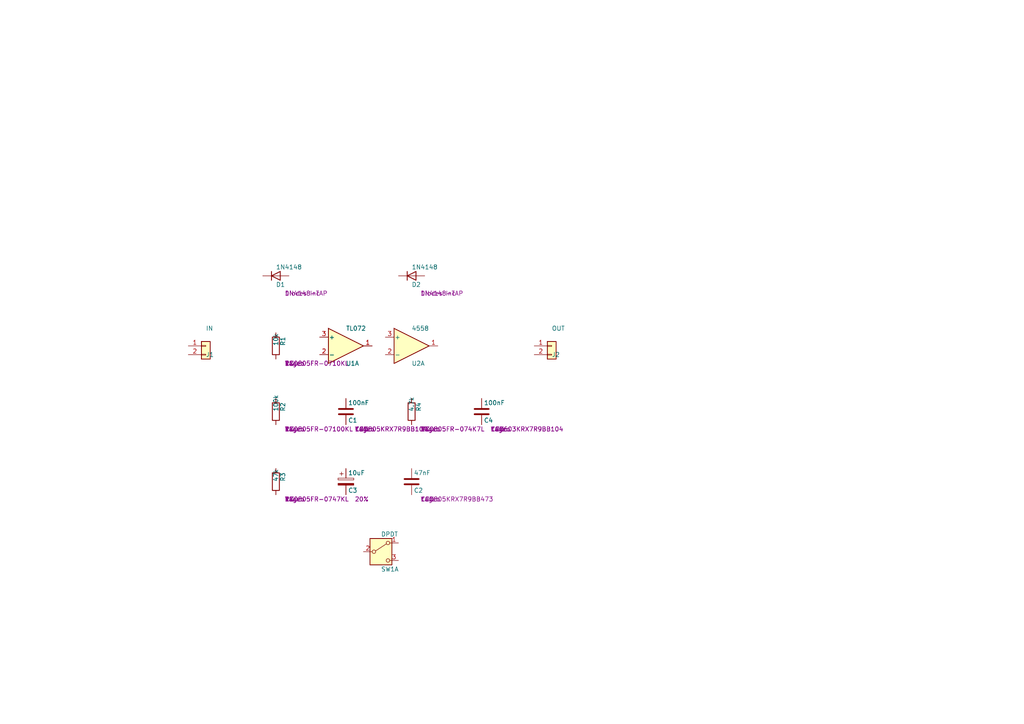
<source format=kicad_sch>
(kicad_sch (version 20250114) (generator "eeschema") (generator_version "9.0")
  (paper "A4")
  (title_block (title "OverdrivePedal"))
  (lib_symbols
    (symbol "Amplifier_Operational:TL072"
      (property "Reference" "U" (at 0 5.08 0))
      (property "Value" "TL072" (at 0 -5.08 0))
      (pin_names (offset 0.127))
      (symbol "TL072_1_1"
        (polyline (pts (xy -5.08 5.08) (xy 5.08 0) (xy -5.08 -5.08) (xy -5.08 5.08)) (stroke (width 0.254)) (fill (type background)))
        (pin input line (at -7.62 2.54 0) (length 2.54) (name "+") (number "3"))
        (pin input line (at -7.62 -2.54 0) (length 2.54) (name "-") (number "2"))
        (pin output line (at 7.62 0 180) (length 2.54) (name "~") (number "1"))
      )
      (symbol "TL072_2_1"
        (polyline (pts (xy -5.08 5.08) (xy 5.08 0) (xy -5.08 -5.08) (xy -5.08 5.08)) (stroke (width 0.254)) (fill (type background)))
        (pin input line (at -7.62 2.54 0) (length 2.54) (name "+") (number "5"))
        (pin input line (at -7.62 -2.54 0) (length 2.54) (name "-") (number "6"))
        (pin output line (at 7.62 0 180) (length 2.54) (name "~") (number "7"))
      )
      (symbol "TL072_3_1"
        (pin power_in line (at -2.54 7.62 270) (length 3.81) (name "V+") (number "8"))
        (pin power_in line (at -2.54 -7.62 90) (length 3.81) (name "V-") (number "4"))
      )
    )
    (symbol "Device:D" (pin_numbers (hide yes)) (pin_names (offset 1.016) (hide yes))
      (property "Reference" "D" (at 0 2.54 0))
      (property "Value" "D" (at 0 -2.54 0))
      (symbol "D_0_1"
        (polyline (pts (xy -1.27 1.27) (xy -1.27 -1.27)) (stroke (width 0.254)))
        (polyline (pts (xy 1.27 1.27) (xy 1.27 -1.27) (xy -1.27 0) (xy 1.27 1.27)) (stroke (width 0.254)))
        (polyline (pts (xy 1.27 0) (xy -1.27 0)))
      )
      (symbol "D_1_1"
        (pin passive line (at -3.81 0 0) (length 2.54) (name "K") (number "1"))
        (pin passive line (at 3.81 0 180) (length 2.54) (name "A") (number "2"))
      )
    )
    (symbol "Device:R" (pin_numbers (hide yes)) (pin_names (offset 0))
      (property "Reference" "R" (at 2.032 0 90))
      (property "Value" "R" (at 0 0 90))
      (symbol "R_0_1"
        (rectangle (start -1.016 -2.54) (end 1.016 2.54) (stroke (width 0.254)))
      )
      (symbol "R_1_1"
        (pin passive line (at 0 3.81 270) (length 1.27) (name "~") (number "1"))
        (pin passive line (at 0 -3.81 90) (length 1.27) (name "~") (number "2"))
      )
    )
    (symbol "Device:C" (pin_numbers (hide yes)) (pin_names (offset 0.254))
      (property "Reference" "C" (at 0.635 2.54 0))
      (property "Value" "C" (at 0.635 -2.54 0))
      (symbol "C_0_1"
        (polyline (pts (xy -2.032 0.762) (xy 2.032 0.762)) (stroke (width 0.508)))
        (polyline (pts (xy -2.032 -0.762) (xy 2.032 -0.762)) (stroke (width 0.508)))
      )
      (symbol "C_1_1"
        (pin passive line (at 0 3.81 270) (length 2.794) (name "~") (number "1"))
        (pin passive line (at 0 -3.81 90) (length 2.794) (name "~") (number "2"))
      )
    )
    (symbol "Device:C_Polarized" (pin_numbers (hide yes)) (pin_names (offset 0.254))
      (property "Reference" "C" (at 0.635 2.54 0))
      (property "Value" "C_Polarized" (at 0.635 -2.54 0))
      (symbol "C_Polarized_0_1"
        (rectangle (start -2.286 0.508) (end 2.286 1.016))
        (polyline (pts (xy -1.778 2.286) (xy -0.762 2.286)))
        (polyline (pts (xy -1.27 2.794) (xy -1.27 1.778)))
        (rectangle (start 2.286 -0.508) (end -2.286 -1.016) (fill (type outline)))
      )
      (symbol "C_Polarized_1_1"
        (pin passive line (at 0 3.81 270) (length 2.794) (name "~") (number "1"))
        (pin passive line (at 0 -3.81 90) (length 2.794) (name "~") (number "2"))
      )
    )
    (symbol "Connector_Generic:Conn_01x02" (pin_names (offset 1.016) (hide yes))
      (property "Reference" "J" (at 0 2.54 0))
      (property "Value" "Conn_01x02" (at 0 -5.08 0))
      (symbol "Conn_01x02_1_1"
        (rectangle (start -1.27 1.27) (end 1.27 -3.81) (stroke (width 0.254)) (fill (type background)))
        (rectangle (start -1.27 0.127) (end 0 -0.127) (stroke (width 0.1524)))
        (rectangle (start -1.27 -2.413) (end 0 -2.667) (stroke (width 0.1524)))
        (pin passive line (at -5.08 0 0) (length 3.81) (name "Pin_1") (number "1"))
        (pin passive line (at -5.08 -2.54 0) (length 3.81) (name "Pin_2") (number "2"))
      )
    )
    (symbol "Switch:SW_DPDT_x2" (pin_names (offset 0) (hide yes))
      (property "Reference" "SW" (at 0 5.08 0))
      (property "Value" "SW_DPDT_x2" (at 0 -5.08 0))
      (symbol "SW_DPDT_x2_0_0"
        (circle (center -2.032 0) (radius 0.508))
        (circle (center 2.032 -2.54) (radius 0.508))
      )
      (symbol "SW_DPDT_x2_0_1"
        (rectangle (start -3.175 3.81) (end 3.175 -3.81) (stroke (width 0.254)) (fill (type background)))
        (polyline (pts (xy -1.524 0.254) (xy 1.5748 2.286)))
        (circle (center 2.032 2.54) (radius 0.508))
      )
      (symbol "SW_DPDT_x2_1_1"
        (pin passive line (at -5.08 0 0) (length 2.54) (name "B") (number "2"))
        (pin passive line (at 5.08 2.54 180) (length 2.54) (name "A") (number "1"))
        (pin passive line (at 5.08 -2.54 180) (length 2.54) (name "C") (number "3"))
      )
      (symbol "SW_DPDT_x2_2_1"
        (pin passive line (at -5.08 0 0) (length 2.54) (name "B") (number "5"))
        (pin passive line (at 5.08 2.54 180) (length 2.54) (name "A") (number "4"))
        (pin passive line (at 5.08 -2.54 180) (length 2.54) (name "C") (number "6"))
      )
    )
  )
  (symbol (lib_id "Amplifier_Operational:TL072") (at 100.33 100.33 0) (unit 1)
    (property "Reference" "U1" (at 100.33 105.41 0.0000) (effects (justify left)))
    (property "Value" "TL072" (at 100.33 95.25 0.0000) (effects (justify left)))
    (property "Footprint" "Package_DIP:DIP-8_W7.62mm" (effects (hide yes)))
  )
  (symbol (lib_id "Amplifier_Operational:TL072") (at 119.38 100.33 0) (unit 1)
    (property "Reference" "U2" (at 119.38 105.41 0.0000) (effects (justify left)))
    (property "Value" "4558" (at 119.38 95.25 0.0000) (effects (justify left)))
    (property "Footprint" "Package_DIP:DIP-8_W7.62mm" (effects (hide yes)))
  )
  (symbol (lib_id "Device:D") (at 80.01 80.01 0) (unit 1)
    (property "Reference" "D1" (at 80.01 82.55 0.0000) (effects (justify left)))
    (property "Value" "1N4148" (at 80.01 77.47 0.0000) (effects (justify left)))
    (property "Footprint" "Diode_THT:D_DO-35_SOD27_P7.62mm_Horizontal" (effects (hide yes)))
    (property "PartNumber" "1N4148-TAP" (at 82.55 85.0899 0) (effects (justify left)))
    (property "Manufacturer" "Diodes Inc" (at 82.55 85.0899 0) (effects (justify left)))
  )
  (symbol (lib_id "Device:D") (at 119.38 80.01 0) (unit 1)
    (property "Reference" "D2" (at 119.38 82.55 0.0000) (effects (justify left)))
    (property "Value" "1N4148" (at 119.38 77.47 0.0000) (effects (justify left)))
    (property "Footprint" "Diode_THT:D_DO-35_SOD27_P7.62mm_Horizontal" (effects (hide yes)))
    (property "PartNumber" "1N4148-TAP" (at 121.92 85.0899 0) (effects (justify left)))
    (property "Manufacturer" "Diodes Inc" (at 121.92 85.0899 0) (effects (justify left)))
  )
  (symbol (lib_id "Device:R") (at 80.01 100.33 0) (unit 1)
    (property "Reference" "R1" (at 82.042 100.33 90) (effects (justify left)))
    (property "Value" "10k" (at 80.01 100.33 90) (effects (justify left)))
    (property "Footprint" "Resistor_SMD:R_0805_2012Metric" (effects (hide yes)))
    (property "PartNumber" "RC0805FR-0710KL" (at 82.55 105.4099 0) (effects (justify left)))
    (property "Manufacturer" "Yageo" (at 82.55 105.4099 0) (effects (justify left)))
    (property "Tolerance" "1%" (at 82.55 105.4099 0) (effects (justify left)))
  )
  (symbol (lib_id "Device:R") (at 80.01 119.38 0) (unit 1)
    (property "Reference" "R2" (at 82.042 119.38 90) (effects (justify left)))
    (property "Value" "100k" (at 80.01 119.38 90) (effects (justify left)))
    (property "Footprint" "Resistor_SMD:R_0805_2012Metric" (effects (hide yes)))
    (property "PartNumber" "RC0805FR-07100KL" (at 82.55 124.4599 0) (effects (justify left)))
    (property "Manufacturer" "Yageo" (at 82.55 124.4599 0) (effects (justify left)))
    (property "Tolerance" "1%" (at 82.55 124.4599 0) (effects (justify left)))
  )
  (symbol (lib_id "Device:R") (at 80.01 139.7 0) (unit 1)
    (property "Reference" "R3" (at 82.042 139.7 90) (effects (justify left)))
    (property "Value" "47k" (at 80.01 139.7 90) (effects (justify left)))
    (property "Footprint" "Resistor_SMD:R_0805_2012Metric" (effects (hide yes)))
    (property "PartNumber" "RC0805FR-0747KL" (at 82.55 144.7799 0) (effects (justify left)))
    (property "Manufacturer" "Yageo" (at 82.55 144.7799 0) (effects (justify left)))
    (property "Tolerance" "1%" (at 82.55 144.7799 0) (effects (justify left)))
  )
  (symbol (lib_id "Device:R") (at 119.38 119.38 0) (unit 1)
    (property "Reference" "R4" (at 121.412 119.38 90) (effects (justify left)))
    (property "Value" "4.7k" (at 119.38 119.38 90) (effects (justify left)))
    (property "Footprint" "Resistor_SMD:R_0805_2012Metric" (effects (hide yes)))
    (property "PartNumber" "RC0805FR-074K7L" (at 121.92 124.4599 0) (effects (justify left)))
    (property "Manufacturer" "Yageo" (at 121.92 124.4599 0) (effects (justify left)))
    (property "Tolerance" "1%" (at 121.92 124.4599 0) (effects (justify left)))
  )
  (symbol (lib_id "Device:C") (at 100.33 119.38 0) (unit 1)
    (property "Reference" "C1" (at 100.965 121.92 0.0000) (effects (justify left)))
    (property "Value" "100nF" (at 100.965 116.84 0.0000) (effects (justify left)))
    (property "Footprint" "Capacitor_SMD:C_0805_2012Metric" (effects (hide yes)))
    (property "PartNumber" "CC0805KRX7R9BB104" (at 102.87 124.4599 0) (effects (justify left)))
    (property "Manufacturer" "Yageo" (at 102.87 124.4599 0) (effects (justify left)))
    (property "Tolerance" "10%" (at 102.87 124.4599 0) (effects (justify left)))
  )
  (symbol (lib_id "Device:C") (at 119.38 139.7 0) (unit 1)
    (property "Reference" "C2" (at 120.015 142.24 0.0000) (effects (justify left)))
    (property "Value" "47nF" (at 120.015 137.16 0.0000) (effects (justify left)))
    (property "Footprint" "Capacitor_SMD:C_0805_2012Metric" (effects (hide yes)))
    (property "PartNumber" "CC0805KRX7R9BB473" (at 121.92 144.7799 0) (effects (justify left)))
    (property "Manufacturer" "Yageo" (at 121.92 144.7799 0) (effects (justify left)))
    (property "Tolerance" "10%" (at 121.92 144.7799 0) (effects (justify left)))
  )
  (symbol (lib_id "Device:C") (at 139.7 119.38 0) (unit 1)
    (property "Reference" "C4" (at 140.335 121.92 0.0000) (effects (justify left)))
    (property "Value" "100nF" (at 140.335 116.84 0.0000) (effects (justify left)))
    (property "Footprint" "Capacitor_SMD:C_0603_1608Metric" (effects (hide yes)))
    (property "PartNumber" "CC0603KRX7R9BB104" (at 142.24 124.4599 0) (effects (justify left)))
    (property "Manufacturer" "Yageo" (at 142.24 124.4599 0) (effects (justify left)))
    (property "Tolerance" "10%" (at 142.24 124.4599 0) (effects (justify left)))
  )
  (symbol (lib_id "Device:C_Polarized") (at 100.33 139.7 0) (unit 1)
    (property "Reference" "C3" (at 100.965 142.24 0.0000) (effects (justify left)))
    (property "Value" "10uF" (at 100.965 137.16 0.0000) (effects (justify left)))
    (property "Footprint" "Capacitor_SMD:C_1206_3216Metric" (effects (hide yes)))
    (property "Tolerance" "20%" (at 102.87 144.7799 0) (effects (justify left)))
  )
  (symbol (lib_id "Connector_Generic:Conn_01x02") (at 59.69 100.33 0) (unit 1)
    (property "Reference" "J1" (at 59.69 102.87 0.0000) (effects (justify left)))
    (property "Value" "IN" (at 59.69 95.25 0.0000) (effects (justify left)))
  )
  (symbol (lib_id "Connector_Generic:Conn_01x02") (at 160.02 100.33 0) (unit 1)
    (property "Reference" "J2" (at 160.02 102.87 0.0000) (effects (justify left)))
    (property "Value" "OUT" (at 160.02 95.25 0.0000) (effects (justify left)))
  )
  (symbol (lib_id "Switch:SW_DPDT_x2") (at 110.49 160.02 0) (unit 1)
    (property "Reference" "SW1" (at 110.49 165.1 0.0000) (effects (justify left)))
    (property "Value" "DPDT" (at 110.49 154.94 0.0000) (effects (justify left)))
  )
)
</source>
